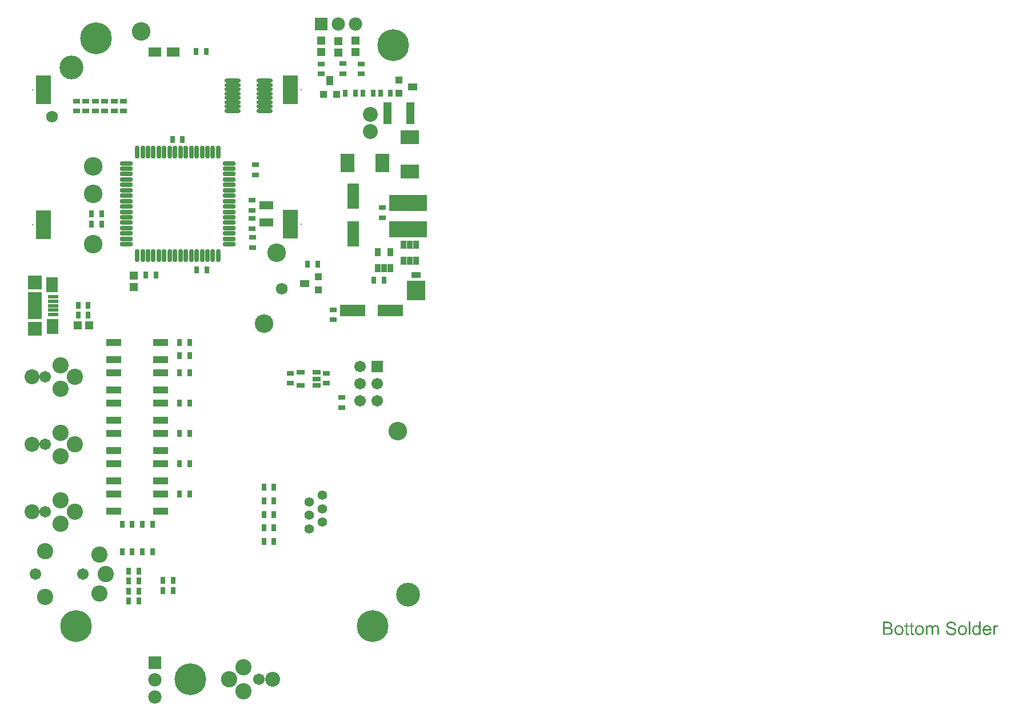
<source format=gbs>
%FSLAX25Y25*%
%MOIN*%
G70*
G01*
G75*
G04 Layer_Color=16711935*
%ADD10R,0.05906X0.05118*%
%ADD11R,0.03000X0.13386*%
%ADD12C,0.01200*%
%ADD13C,0.02500*%
%ADD14C,0.05000*%
%ADD15C,0.17716*%
%ADD16C,0.08661*%
%ADD17C,0.05906*%
%ADD18C,0.10000*%
%ADD19C,0.07874*%
%ADD20C,0.07000*%
%ADD21R,0.07000X0.07000*%
%ADD22C,0.07874*%
%ADD23R,0.05906X0.05906*%
%ADD24R,0.07000X0.07000*%
%ADD25C,0.04724*%
%ADD26C,0.06000*%
%ADD27C,0.03150*%
%ADD28C,0.03937*%
%ADD29R,0.03937X0.11811*%
%ADD30R,0.02756X0.03937*%
%ADD31R,0.03600X0.03600*%
%ADD32R,0.05000X0.03600*%
%ADD33R,0.02362X0.03543*%
%ADD34R,0.03543X0.02362*%
%ADD35R,0.03937X0.04331*%
%ADD36R,0.09843X0.07087*%
%ADD37R,0.07087X0.09843*%
%ADD38R,0.06299X0.13780*%
%ADD39R,0.13780X0.06299*%
%ADD40R,0.03937X0.02362*%
%ADD41O,0.08858X0.01575*%
%ADD42R,0.06890X0.04921*%
%ADD43O,0.02165X0.06890*%
%ADD44O,0.06890X0.02165*%
%ADD45R,0.07087X0.03937*%
%ADD46R,0.04331X0.03937*%
%ADD47R,0.07874X0.03150*%
%ADD48R,0.03600X0.05000*%
%ADD49R,0.03600X0.03600*%
%ADD50R,0.02559X0.04331*%
%ADD51R,0.05315X0.01575*%
%ADD52R,0.06299X0.08268*%
%ADD53R,0.07480X0.07480*%
%ADD54R,0.21654X0.08465*%
%ADD55R,0.05000X0.02500*%
%ADD56R,0.10000X0.10512*%
%ADD57C,0.02000*%
%ADD58C,0.10000*%
%ADD59R,0.46850X0.13386*%
%ADD60R,0.24410X0.18504*%
%ADD61R,0.34646X0.04724*%
%ADD62R,0.25591X0.18110*%
%ADD63R,0.20079X0.05512*%
%ADD64R,0.10236X0.26378*%
%ADD65R,0.27559X0.20472*%
%ADD66R,0.27165X0.35433*%
%ADD67R,0.08661X0.04331*%
%ADD68R,0.09449X0.02362*%
%ADD69R,0.05118X0.07087*%
%ADD70R,0.03937X0.05118*%
%ADD71R,0.03937X0.03150*%
%ADD72R,0.07874X0.15748*%
%ADD73C,0.00965*%
%ADD74C,0.01000*%
%ADD75C,0.00500*%
%ADD76C,0.00700*%
%ADD77R,0.06706X0.05918*%
%ADD78R,0.03800X0.14186*%
%ADD79C,0.18517*%
%ADD80C,0.09461*%
%ADD81C,0.06706*%
%ADD82C,0.10800*%
%ADD83C,0.13874*%
%ADD84C,0.07800*%
%ADD85R,0.07800X0.07800*%
%ADD86C,0.08674*%
%ADD87R,0.06706X0.06706*%
%ADD88R,0.07800X0.07800*%
%ADD89C,0.05524*%
G04:AMPARAMS|DCode=90|XSize=8mil|YSize=8mil|CornerRadius=0mil|HoleSize=0mil|Usage=FLASHONLY|Rotation=90.000|XOffset=0mil|YOffset=0mil|HoleType=Round|Shape=RoundedRectangle|*
%AMROUNDEDRECTD90*
21,1,0.00800,0.00800,0,0,90.0*
21,1,0.00800,0.00800,0,0,90.0*
1,1,0.00000,0.00400,0.00400*
1,1,0.00000,0.00400,-0.00400*
1,1,0.00000,-0.00400,-0.00400*
1,1,0.00000,-0.00400,0.00400*
%
%ADD90ROUNDEDRECTD90*%
%ADD91C,0.06800*%
%ADD92R,0.04737X0.12611*%
%ADD93R,0.03556X0.04737*%
%ADD94R,0.04400X0.04400*%
%ADD95R,0.05800X0.04400*%
%ADD96R,0.03162X0.04343*%
%ADD97R,0.04343X0.03162*%
%ADD98R,0.04737X0.05131*%
%ADD99R,0.10642X0.07887*%
%ADD100R,0.07887X0.10642*%
%ADD101R,0.07099X0.14579*%
%ADD102R,0.14579X0.07099*%
%ADD103R,0.04737X0.03162*%
%ADD104O,0.09658X0.02375*%
%ADD105R,0.07690X0.05721*%
%ADD106O,0.02965X0.07690*%
%ADD107O,0.07690X0.02965*%
%ADD108R,0.07887X0.04737*%
%ADD109R,0.05131X0.04737*%
%ADD110R,0.08674X0.03950*%
%ADD111R,0.04400X0.05800*%
%ADD112R,0.04400X0.04400*%
%ADD113R,0.03359X0.05131*%
%ADD114R,0.06115X0.02375*%
%ADD115R,0.07099X0.09068*%
%ADD116R,0.08280X0.08280*%
%ADD117R,0.22453X0.09265*%
%ADD118R,0.05800X0.03300*%
%ADD119R,0.10800X0.11312*%
%ADD120R,0.08674X0.16548*%
G36*
X516452Y12190D02*
X517407D01*
Y11457D01*
X516452D01*
Y8179D01*
Y8157D01*
Y8112D01*
Y8046D01*
X516463Y7968D01*
X516474Y7790D01*
X516485Y7713D01*
X516496Y7657D01*
X516507Y7635D01*
X516541Y7590D01*
X516585Y7535D01*
X516663Y7479D01*
X516685Y7468D01*
X516741Y7446D01*
X516841Y7424D01*
X516985Y7413D01*
X517096D01*
X517152Y7424D01*
X517230D01*
X517318Y7435D01*
X517407Y7446D01*
X517530Y6613D01*
X517507D01*
X517463Y6602D01*
X517385Y6590D01*
X517285Y6579D01*
X517174Y6557D01*
X517052Y6546D01*
X516808Y6535D01*
X516719D01*
X516630Y6546D01*
X516519Y6557D01*
X516385Y6568D01*
X516252Y6602D01*
X516130Y6635D01*
X516008Y6690D01*
X515997Y6701D01*
X515963Y6724D01*
X515919Y6757D01*
X515852Y6813D01*
X515797Y6868D01*
X515730Y6946D01*
X515663Y7024D01*
X515619Y7124D01*
Y7135D01*
X515596Y7179D01*
X515585Y7257D01*
X515563Y7368D01*
X515541Y7513D01*
X515530Y7601D01*
Y7701D01*
X515519Y7824D01*
X515508Y7946D01*
Y8079D01*
Y8235D01*
Y11457D01*
X514808D01*
Y12190D01*
X515508D01*
Y13567D01*
X516452Y14134D01*
Y12190D01*
D02*
G37*
G36*
X563225Y12301D02*
X563314Y12290D01*
X563425Y12268D01*
X563547Y12245D01*
X563692Y12212D01*
X563825Y12179D01*
X563981Y12123D01*
X564125Y12068D01*
X564281Y11990D01*
X564436Y11901D01*
X564592Y11801D01*
X564736Y11679D01*
X564869Y11546D01*
X564881Y11534D01*
X564903Y11512D01*
X564936Y11468D01*
X564981Y11401D01*
X565036Y11323D01*
X565092Y11234D01*
X565158Y11123D01*
X565225Y10990D01*
X565292Y10846D01*
X565358Y10690D01*
X565414Y10512D01*
X565469Y10323D01*
X565514Y10112D01*
X565547Y9890D01*
X565569Y9657D01*
X565580Y9401D01*
Y9390D01*
Y9346D01*
Y9268D01*
X565569Y9157D01*
X561403D01*
Y9146D01*
Y9112D01*
X561414Y9068D01*
Y9001D01*
X561425Y8924D01*
X561447Y8835D01*
X561481Y8635D01*
X561548Y8412D01*
X561636Y8168D01*
X561759Y7946D01*
X561914Y7746D01*
X561925D01*
X561936Y7724D01*
X562003Y7668D01*
X562103Y7590D01*
X562236Y7513D01*
X562414Y7424D01*
X562614Y7346D01*
X562836Y7290D01*
X562958Y7279D01*
X563092Y7268D01*
X563181D01*
X563281Y7279D01*
X563403Y7301D01*
X563536Y7335D01*
X563692Y7379D01*
X563836Y7446D01*
X563981Y7535D01*
X563992Y7546D01*
X564047Y7590D01*
X564114Y7657D01*
X564192Y7746D01*
X564281Y7868D01*
X564381Y8024D01*
X564480Y8201D01*
X564569Y8412D01*
X565547Y8290D01*
Y8279D01*
X565536Y8257D01*
X565525Y8213D01*
X565503Y8146D01*
X565469Y8079D01*
X565436Y7990D01*
X565347Y7801D01*
X565236Y7590D01*
X565080Y7368D01*
X564903Y7157D01*
X564680Y6957D01*
X564669D01*
X564647Y6935D01*
X564614Y6913D01*
X564569Y6879D01*
X564503Y6846D01*
X564436Y6813D01*
X564347Y6768D01*
X564247Y6724D01*
X564136Y6679D01*
X564025Y6635D01*
X563747Y6568D01*
X563436Y6513D01*
X563092Y6490D01*
X562969D01*
X562892Y6502D01*
X562792Y6513D01*
X562670Y6535D01*
X562536Y6557D01*
X562392Y6579D01*
X562081Y6668D01*
X561914Y6735D01*
X561759Y6802D01*
X561592Y6890D01*
X561436Y6990D01*
X561292Y7102D01*
X561147Y7235D01*
X561136Y7246D01*
X561114Y7268D01*
X561081Y7313D01*
X561036Y7379D01*
X560981Y7457D01*
X560925Y7546D01*
X560859Y7657D01*
X560792Y7779D01*
X560725Y7924D01*
X560659Y8079D01*
X560603Y8257D01*
X560548Y8446D01*
X560503Y8646D01*
X560470Y8868D01*
X560448Y9101D01*
X560436Y9346D01*
Y9357D01*
Y9412D01*
Y9479D01*
X560448Y9579D01*
X560459Y9701D01*
X560470Y9835D01*
X560492Y9990D01*
X560525Y10146D01*
X560614Y10501D01*
X560670Y10679D01*
X560736Y10868D01*
X560825Y11046D01*
X560925Y11212D01*
X561036Y11379D01*
X561159Y11534D01*
X561170Y11546D01*
X561192Y11568D01*
X561236Y11601D01*
X561292Y11657D01*
X561359Y11712D01*
X561447Y11779D01*
X561548Y11857D01*
X561670Y11923D01*
X561792Y12001D01*
X561936Y12068D01*
X562092Y12134D01*
X562258Y12190D01*
X562436Y12245D01*
X562625Y12279D01*
X562825Y12301D01*
X563036Y12312D01*
X563147D01*
X563225Y12301D01*
D02*
G37*
G36*
X548860D02*
X548960Y12290D01*
X549071Y12268D01*
X549193Y12245D01*
X549338Y12223D01*
X549638Y12123D01*
X549793Y12068D01*
X549949Y11990D01*
X550104Y11912D01*
X550260Y11801D01*
X550404Y11690D01*
X550549Y11557D01*
X550560Y11546D01*
X550582Y11523D01*
X550615Y11479D01*
X550660Y11423D01*
X550715Y11345D01*
X550782Y11246D01*
X550848Y11134D01*
X550915Y11012D01*
X550982Y10879D01*
X551049Y10712D01*
X551115Y10546D01*
X551171Y10357D01*
X551215Y10157D01*
X551249Y9946D01*
X551271Y9724D01*
X551282Y9479D01*
Y9468D01*
Y9435D01*
Y9379D01*
Y9301D01*
X551271Y9212D01*
X551260Y9101D01*
Y8990D01*
X551237Y8868D01*
X551204Y8590D01*
X551137Y8313D01*
X551060Y8035D01*
X550948Y7779D01*
Y7768D01*
X550937Y7757D01*
X550915Y7724D01*
X550893Y7679D01*
X550815Y7568D01*
X550715Y7435D01*
X550582Y7279D01*
X550415Y7124D01*
X550226Y6968D01*
X550004Y6824D01*
X549993D01*
X549982Y6813D01*
X549949Y6790D01*
X549893Y6768D01*
X549837Y6746D01*
X549771Y6724D01*
X549604Y6657D01*
X549415Y6602D01*
X549182Y6546D01*
X548938Y6502D01*
X548671Y6490D01*
X548560D01*
X548471Y6502D01*
X548371Y6513D01*
X548260Y6535D01*
X548127Y6557D01*
X547993Y6579D01*
X547693Y6668D01*
X547527Y6735D01*
X547371Y6802D01*
X547216Y6890D01*
X547060Y6990D01*
X546916Y7102D01*
X546771Y7235D01*
X546760Y7246D01*
X546738Y7268D01*
X546704Y7313D01*
X546660Y7379D01*
X546604Y7457D01*
X546549Y7546D01*
X546482Y7657D01*
X546416Y7790D01*
X546349Y7935D01*
X546282Y8101D01*
X546227Y8279D01*
X546171Y8468D01*
X546127Y8679D01*
X546094Y8901D01*
X546071Y9146D01*
X546060Y9401D01*
Y9424D01*
Y9468D01*
X546071Y9546D01*
Y9657D01*
X546082Y9779D01*
X546105Y9935D01*
X546127Y10090D01*
X546171Y10268D01*
X546216Y10446D01*
X546271Y10634D01*
X546338Y10835D01*
X546427Y11023D01*
X546516Y11201D01*
X546638Y11379D01*
X546760Y11546D01*
X546916Y11690D01*
X546927Y11701D01*
X546949Y11712D01*
X546993Y11745D01*
X547049Y11790D01*
X547116Y11834D01*
X547204Y11890D01*
X547293Y11946D01*
X547404Y12001D01*
X547527Y12057D01*
X547660Y12112D01*
X547960Y12212D01*
X548304Y12290D01*
X548482Y12301D01*
X548671Y12312D01*
X548782D01*
X548860Y12301D01*
D02*
G37*
G36*
X553315Y6613D02*
X552371D01*
Y14301D01*
X553315D01*
Y6613D01*
D02*
G37*
G36*
X505386Y14290D02*
X505475D01*
X505675Y14267D01*
X505898Y14245D01*
X506131Y14201D01*
X506364Y14145D01*
X506575Y14067D01*
X506586D01*
X506597Y14056D01*
X506664Y14023D01*
X506764Y13968D01*
X506875Y13890D01*
X507009Y13790D01*
X507153Y13668D01*
X507286Y13512D01*
X507408Y13345D01*
X507419Y13323D01*
X507453Y13256D01*
X507508Y13168D01*
X507564Y13034D01*
X507619Y12879D01*
X507675Y12712D01*
X507708Y12523D01*
X507720Y12334D01*
Y12312D01*
Y12257D01*
X507708Y12157D01*
X507686Y12034D01*
X507653Y11890D01*
X507597Y11734D01*
X507531Y11579D01*
X507442Y11412D01*
X507431Y11390D01*
X507397Y11345D01*
X507331Y11257D01*
X507242Y11168D01*
X507131Y11057D01*
X506997Y10934D01*
X506831Y10823D01*
X506642Y10712D01*
X506653D01*
X506675Y10701D01*
X506708Y10690D01*
X506753Y10668D01*
X506886Y10623D01*
X507042Y10546D01*
X507208Y10446D01*
X507397Y10323D01*
X507564Y10179D01*
X507720Y10001D01*
X507731Y9979D01*
X507775Y9912D01*
X507842Y9812D01*
X507908Y9679D01*
X507975Y9501D01*
X508042Y9312D01*
X508086Y9090D01*
X508097Y8846D01*
Y8835D01*
Y8824D01*
Y8757D01*
X508086Y8646D01*
X508064Y8512D01*
X508042Y8357D01*
X507997Y8190D01*
X507942Y8012D01*
X507864Y7835D01*
X507853Y7812D01*
X507820Y7757D01*
X507775Y7679D01*
X507708Y7568D01*
X507619Y7457D01*
X507531Y7335D01*
X507419Y7213D01*
X507297Y7113D01*
X507286Y7102D01*
X507242Y7068D01*
X507164Y7024D01*
X507064Y6979D01*
X506942Y6913D01*
X506797Y6846D01*
X506642Y6790D01*
X506453Y6735D01*
X506431D01*
X506364Y6713D01*
X506253Y6701D01*
X506109Y6679D01*
X505931Y6657D01*
X505720Y6635D01*
X505486Y6624D01*
X505220Y6613D01*
X502287D01*
Y14301D01*
X505309D01*
X505386Y14290D01*
D02*
G37*
G36*
X519441Y12190D02*
X520396D01*
Y11457D01*
X519441D01*
Y8179D01*
Y8157D01*
Y8112D01*
Y8046D01*
X519452Y7968D01*
X519463Y7790D01*
X519474Y7713D01*
X519485Y7657D01*
X519496Y7635D01*
X519529Y7590D01*
X519574Y7535D01*
X519652Y7479D01*
X519674Y7468D01*
X519729Y7446D01*
X519829Y7424D01*
X519974Y7413D01*
X520085D01*
X520141Y7424D01*
X520218D01*
X520307Y7435D01*
X520396Y7446D01*
X520518Y6613D01*
X520496D01*
X520452Y6602D01*
X520374Y6590D01*
X520274Y6579D01*
X520163Y6557D01*
X520041Y6546D01*
X519796Y6535D01*
X519707D01*
X519618Y6546D01*
X519507Y6557D01*
X519374Y6568D01*
X519241Y6602D01*
X519118Y6635D01*
X518996Y6690D01*
X518985Y6701D01*
X518952Y6724D01*
X518907Y6757D01*
X518841Y6813D01*
X518785Y6868D01*
X518718Y6946D01*
X518652Y7024D01*
X518607Y7124D01*
Y7135D01*
X518585Y7179D01*
X518574Y7257D01*
X518552Y7368D01*
X518530Y7513D01*
X518518Y7601D01*
Y7701D01*
X518507Y7824D01*
X518496Y7946D01*
Y8079D01*
Y8235D01*
Y11457D01*
X517796D01*
Y12190D01*
X518496D01*
Y13567D01*
X519441Y14134D01*
Y12190D01*
D02*
G37*
G36*
X568958Y12301D02*
X569080Y12279D01*
X569225Y12234D01*
X569380Y12179D01*
X569558Y12101D01*
X569747Y12001D01*
X569402Y11134D01*
X569391Y11146D01*
X569347Y11168D01*
X569280Y11201D01*
X569191Y11234D01*
X569091Y11268D01*
X568969Y11301D01*
X568847Y11323D01*
X568724Y11334D01*
X568669D01*
X568613Y11323D01*
X568536Y11312D01*
X568458Y11290D01*
X568358Y11257D01*
X568258Y11212D01*
X568169Y11146D01*
X568158Y11134D01*
X568125Y11112D01*
X568091Y11068D01*
X568036Y11012D01*
X567980Y10934D01*
X567925Y10846D01*
X567869Y10746D01*
X567825Y10623D01*
X567813Y10601D01*
X567802Y10535D01*
X567780Y10435D01*
X567747Y10301D01*
X567713Y10135D01*
X567691Y9946D01*
X567680Y9746D01*
X567669Y9523D01*
Y6613D01*
X566725D01*
Y12190D01*
X567580D01*
Y11345D01*
X567591Y11357D01*
X567636Y11434D01*
X567691Y11534D01*
X567780Y11657D01*
X567869Y11779D01*
X567969Y11912D01*
X568069Y12023D01*
X568169Y12112D01*
X568180Y12123D01*
X568214Y12145D01*
X568280Y12179D01*
X568347Y12212D01*
X568436Y12245D01*
X568547Y12279D01*
X568658Y12301D01*
X568780Y12312D01*
X568858D01*
X568958Y12301D01*
D02*
G37*
G36*
X559259Y6613D02*
X558381D01*
Y7313D01*
X558370Y7301D01*
X558359Y7279D01*
X558326Y7235D01*
X558281Y7179D01*
X558226Y7124D01*
X558159Y7057D01*
X558081Y6979D01*
X557981Y6901D01*
X557881Y6824D01*
X557770Y6746D01*
X557637Y6679D01*
X557492Y6624D01*
X557348Y6568D01*
X557181Y6524D01*
X557003Y6502D01*
X556815Y6490D01*
X556748D01*
X556704Y6502D01*
X556570Y6513D01*
X556415Y6535D01*
X556226Y6579D01*
X556015Y6646D01*
X555804Y6735D01*
X555592Y6857D01*
X555581D01*
X555570Y6879D01*
X555504Y6924D01*
X555404Y7013D01*
X555281Y7124D01*
X555137Y7268D01*
X554993Y7446D01*
X554848Y7646D01*
X554726Y7879D01*
Y7890D01*
X554715Y7913D01*
X554704Y7946D01*
X554681Y7990D01*
X554659Y8057D01*
X554626Y8135D01*
X554604Y8213D01*
X554581Y8313D01*
X554526Y8535D01*
X554470Y8790D01*
X554437Y9079D01*
X554426Y9390D01*
Y9401D01*
Y9424D01*
Y9468D01*
Y9535D01*
X554437Y9601D01*
Y9690D01*
X554459Y9890D01*
X554493Y10123D01*
X554548Y10379D01*
X554615Y10646D01*
X554704Y10901D01*
Y10912D01*
X554715Y10934D01*
X554737Y10968D01*
X554759Y11012D01*
X554826Y11134D01*
X554915Y11290D01*
X555026Y11457D01*
X555170Y11623D01*
X555337Y11801D01*
X555537Y11946D01*
X555548D01*
X555559Y11957D01*
X555592Y11979D01*
X555637Y12001D01*
X555748Y12057D01*
X555904Y12134D01*
X556081Y12201D01*
X556292Y12257D01*
X556526Y12301D01*
X556770Y12312D01*
X556859D01*
X556948Y12301D01*
X557070Y12290D01*
X557215Y12257D01*
X557370Y12223D01*
X557526Y12168D01*
X557670Y12090D01*
X557692Y12079D01*
X557737Y12057D01*
X557803Y12001D01*
X557892Y11946D01*
X558003Y11868D01*
X558103Y11768D01*
X558215Y11668D01*
X558315Y11546D01*
Y14301D01*
X559259D01*
Y6613D01*
D02*
G37*
G36*
X542238Y14423D02*
X542316D01*
X542527Y14401D01*
X542761Y14367D01*
X543005Y14312D01*
X543271Y14245D01*
X543516Y14156D01*
X543527D01*
X543549Y14145D01*
X543583Y14123D01*
X543627Y14101D01*
X543738Y14045D01*
X543883Y13945D01*
X544049Y13834D01*
X544216Y13690D01*
X544371Y13523D01*
X544516Y13334D01*
Y13323D01*
X544527Y13312D01*
X544549Y13279D01*
X544571Y13245D01*
X544627Y13134D01*
X544694Y12990D01*
X544771Y12812D01*
X544827Y12601D01*
X544882Y12379D01*
X544905Y12134D01*
X543927Y12057D01*
Y12068D01*
Y12090D01*
X543916Y12123D01*
X543905Y12179D01*
X543871Y12301D01*
X543827Y12468D01*
X543760Y12645D01*
X543660Y12823D01*
X543538Y12990D01*
X543383Y13145D01*
X543360Y13157D01*
X543305Y13201D01*
X543194Y13268D01*
X543049Y13334D01*
X542860Y13401D01*
X542638Y13467D01*
X542360Y13512D01*
X542049Y13523D01*
X541894D01*
X541827Y13512D01*
X541738Y13501D01*
X541538Y13479D01*
X541316Y13434D01*
X541094Y13379D01*
X540883Y13290D01*
X540794Y13234D01*
X540705Y13179D01*
X540683Y13168D01*
X540638Y13123D01*
X540572Y13045D01*
X540505Y12957D01*
X540427Y12834D01*
X540361Y12701D01*
X540316Y12545D01*
X540294Y12368D01*
Y12345D01*
Y12301D01*
X540305Y12223D01*
X540327Y12134D01*
X540361Y12023D01*
X540416Y11912D01*
X540483Y11801D01*
X540583Y11690D01*
X540594Y11679D01*
X540650Y11646D01*
X540694Y11612D01*
X540738Y11590D01*
X540805Y11557D01*
X540883Y11512D01*
X540983Y11479D01*
X541094Y11434D01*
X541216Y11390D01*
X541361Y11334D01*
X541516Y11290D01*
X541694Y11234D01*
X541894Y11190D01*
X542116Y11134D01*
X542127D01*
X542172Y11123D01*
X542238Y11112D01*
X542316Y11090D01*
X542416Y11068D01*
X542538Y11034D01*
X542661Y11001D01*
X542794Y10968D01*
X543083Y10890D01*
X543360Y10812D01*
X543494Y10768D01*
X543616Y10723D01*
X543727Y10690D01*
X543816Y10646D01*
X543827D01*
X543849Y10634D01*
X543883Y10612D01*
X543927Y10590D01*
X544049Y10523D01*
X544194Y10435D01*
X544360Y10312D01*
X544527Y10179D01*
X544683Y10023D01*
X544816Y9857D01*
X544827Y9835D01*
X544871Y9779D01*
X544916Y9679D01*
X544982Y9546D01*
X545038Y9390D01*
X545093Y9201D01*
X545127Y8990D01*
X545138Y8768D01*
Y8757D01*
Y8746D01*
Y8712D01*
Y8668D01*
X545116Y8546D01*
X545093Y8390D01*
X545049Y8213D01*
X544994Y8024D01*
X544905Y7824D01*
X544782Y7613D01*
Y7601D01*
X544771Y7590D01*
X544716Y7524D01*
X544638Y7424D01*
X544527Y7313D01*
X544382Y7179D01*
X544205Y7035D01*
X544005Y6901D01*
X543772Y6779D01*
X543760D01*
X543738Y6768D01*
X543705Y6757D01*
X543660Y6735D01*
X543594Y6713D01*
X543516Y6679D01*
X543338Y6635D01*
X543127Y6579D01*
X542872Y6524D01*
X542594Y6490D01*
X542294Y6479D01*
X542116D01*
X542027Y6490D01*
X541927D01*
X541816Y6502D01*
X541683Y6513D01*
X541405Y6557D01*
X541116Y6602D01*
X540827Y6679D01*
X540550Y6779D01*
X540539D01*
X540516Y6790D01*
X540483Y6813D01*
X540439Y6835D01*
X540305Y6901D01*
X540150Y7001D01*
X539972Y7135D01*
X539783Y7290D01*
X539605Y7479D01*
X539439Y7690D01*
Y7701D01*
X539416Y7724D01*
X539405Y7757D01*
X539372Y7801D01*
X539350Y7857D01*
X539316Y7924D01*
X539239Y8090D01*
X539161Y8301D01*
X539094Y8535D01*
X539050Y8801D01*
X539028Y9079D01*
X539983Y9168D01*
Y9157D01*
Y9146D01*
X539994Y9112D01*
Y9068D01*
X540016Y8968D01*
X540050Y8824D01*
X540094Y8679D01*
X540138Y8512D01*
X540216Y8357D01*
X540294Y8213D01*
X540305Y8201D01*
X540339Y8157D01*
X540394Y8079D01*
X540483Y8001D01*
X540594Y7901D01*
X540716Y7801D01*
X540883Y7701D01*
X541061Y7613D01*
X541072D01*
X541083Y7601D01*
X541116Y7590D01*
X541150Y7579D01*
X541261Y7546D01*
X541405Y7502D01*
X541583Y7457D01*
X541783Y7424D01*
X542005Y7401D01*
X542249Y7390D01*
X542349D01*
X542460Y7401D01*
X542594Y7413D01*
X542749Y7435D01*
X542927Y7457D01*
X543105Y7502D01*
X543271Y7557D01*
X543294Y7568D01*
X543349Y7590D01*
X543427Y7635D01*
X543527Y7679D01*
X543627Y7757D01*
X543738Y7835D01*
X543849Y7924D01*
X543938Y8035D01*
X543949Y8046D01*
X543971Y8090D01*
X544005Y8146D01*
X544049Y8235D01*
X544094Y8324D01*
X544127Y8435D01*
X544149Y8557D01*
X544160Y8690D01*
Y8701D01*
Y8757D01*
X544149Y8824D01*
X544138Y8912D01*
X544105Y9001D01*
X544071Y9112D01*
X544016Y9223D01*
X543938Y9324D01*
X543927Y9335D01*
X543894Y9368D01*
X543849Y9412D01*
X543772Y9479D01*
X543683Y9546D01*
X543560Y9623D01*
X543416Y9701D01*
X543249Y9768D01*
X543238Y9779D01*
X543183Y9790D01*
X543094Y9823D01*
X543038Y9835D01*
X542960Y9857D01*
X542883Y9890D01*
X542783Y9912D01*
X542672Y9946D01*
X542538Y9979D01*
X542405Y10012D01*
X542249Y10057D01*
X542072Y10101D01*
X541883Y10146D01*
X541872D01*
X541838Y10157D01*
X541783Y10168D01*
X541716Y10190D01*
X541627Y10212D01*
X541527Y10234D01*
X541305Y10301D01*
X541061Y10379D01*
X540805Y10457D01*
X540583Y10535D01*
X540483Y10579D01*
X540394Y10623D01*
X540383D01*
X540372Y10634D01*
X540305Y10679D01*
X540205Y10734D01*
X540094Y10823D01*
X539961Y10923D01*
X539827Y11046D01*
X539694Y11190D01*
X539583Y11345D01*
X539572Y11368D01*
X539539Y11423D01*
X539494Y11512D01*
X539450Y11623D01*
X539405Y11768D01*
X539361Y11934D01*
X539327Y12112D01*
X539316Y12301D01*
Y12312D01*
Y12323D01*
Y12357D01*
Y12401D01*
X539339Y12512D01*
X539361Y12656D01*
X539394Y12823D01*
X539450Y13012D01*
X539527Y13201D01*
X539639Y13390D01*
Y13401D01*
X539650Y13412D01*
X539705Y13479D01*
X539783Y13567D01*
X539883Y13679D01*
X540016Y13801D01*
X540183Y13934D01*
X540383Y14056D01*
X540605Y14167D01*
X540616D01*
X540638Y14179D01*
X540672Y14190D01*
X540716Y14212D01*
X540772Y14234D01*
X540849Y14256D01*
X541016Y14301D01*
X541227Y14345D01*
X541472Y14390D01*
X541727Y14423D01*
X542016Y14434D01*
X542161D01*
X542238Y14423D01*
D02*
G37*
G36*
X523773Y12301D02*
X523873Y12290D01*
X523985Y12268D01*
X524107Y12245D01*
X524251Y12223D01*
X524551Y12123D01*
X524707Y12068D01*
X524862Y11990D01*
X525018Y11912D01*
X525173Y11801D01*
X525318Y11690D01*
X525462Y11557D01*
X525473Y11546D01*
X525495Y11523D01*
X525529Y11479D01*
X525573Y11423D01*
X525629Y11345D01*
X525696Y11246D01*
X525762Y11134D01*
X525829Y11012D01*
X525896Y10879D01*
X525962Y10712D01*
X526029Y10546D01*
X526084Y10357D01*
X526129Y10157D01*
X526162Y9946D01*
X526184Y9724D01*
X526195Y9479D01*
Y9468D01*
Y9435D01*
Y9379D01*
Y9301D01*
X526184Y9212D01*
X526173Y9101D01*
Y8990D01*
X526151Y8868D01*
X526118Y8590D01*
X526051Y8313D01*
X525973Y8035D01*
X525862Y7779D01*
Y7768D01*
X525851Y7757D01*
X525829Y7724D01*
X525807Y7679D01*
X525729Y7568D01*
X525629Y7435D01*
X525495Y7279D01*
X525329Y7124D01*
X525140Y6968D01*
X524918Y6824D01*
X524907D01*
X524896Y6813D01*
X524862Y6790D01*
X524807Y6768D01*
X524751Y6746D01*
X524684Y6724D01*
X524518Y6657D01*
X524329Y6602D01*
X524096Y6546D01*
X523851Y6502D01*
X523585Y6490D01*
X523474D01*
X523385Y6502D01*
X523285Y6513D01*
X523174Y6535D01*
X523040Y6557D01*
X522907Y6579D01*
X522607Y6668D01*
X522440Y6735D01*
X522285Y6802D01*
X522129Y6890D01*
X521974Y6990D01*
X521829Y7102D01*
X521685Y7235D01*
X521674Y7246D01*
X521652Y7268D01*
X521618Y7313D01*
X521574Y7379D01*
X521518Y7457D01*
X521463Y7546D01*
X521396Y7657D01*
X521329Y7790D01*
X521263Y7935D01*
X521196Y8101D01*
X521140Y8279D01*
X521085Y8468D01*
X521040Y8679D01*
X521007Y8901D01*
X520985Y9146D01*
X520974Y9401D01*
Y9424D01*
Y9468D01*
X520985Y9546D01*
Y9657D01*
X520996Y9779D01*
X521018Y9935D01*
X521040Y10090D01*
X521085Y10268D01*
X521129Y10446D01*
X521185Y10634D01*
X521251Y10835D01*
X521340Y11023D01*
X521429Y11201D01*
X521552Y11379D01*
X521674Y11546D01*
X521829Y11690D01*
X521840Y11701D01*
X521863Y11712D01*
X521907Y11745D01*
X521962Y11790D01*
X522029Y11834D01*
X522118Y11890D01*
X522207Y11946D01*
X522318Y12001D01*
X522440Y12057D01*
X522574Y12112D01*
X522873Y12212D01*
X523218Y12290D01*
X523396Y12301D01*
X523585Y12312D01*
X523696D01*
X523773Y12301D01*
D02*
G37*
G36*
X511819D02*
X511919Y12290D01*
X512030Y12268D01*
X512152Y12245D01*
X512297Y12223D01*
X512597Y12123D01*
X512752Y12068D01*
X512908Y11990D01*
X513063Y11912D01*
X513219Y11801D01*
X513363Y11690D01*
X513508Y11557D01*
X513519Y11546D01*
X513541Y11523D01*
X513575Y11479D01*
X513619Y11423D01*
X513674Y11345D01*
X513741Y11246D01*
X513808Y11134D01*
X513874Y11012D01*
X513941Y10879D01*
X514008Y10712D01*
X514074Y10546D01*
X514130Y10357D01*
X514174Y10157D01*
X514208Y9946D01*
X514230Y9724D01*
X514241Y9479D01*
Y9468D01*
Y9435D01*
Y9379D01*
Y9301D01*
X514230Y9212D01*
X514219Y9101D01*
Y8990D01*
X514197Y8868D01*
X514163Y8590D01*
X514097Y8313D01*
X514019Y8035D01*
X513908Y7779D01*
Y7768D01*
X513897Y7757D01*
X513874Y7724D01*
X513852Y7679D01*
X513774Y7568D01*
X513674Y7435D01*
X513541Y7279D01*
X513375Y7124D01*
X513186Y6968D01*
X512963Y6824D01*
X512952D01*
X512941Y6813D01*
X512908Y6790D01*
X512852Y6768D01*
X512797Y6746D01*
X512730Y6724D01*
X512564Y6657D01*
X512375Y6602D01*
X512141Y6546D01*
X511897Y6502D01*
X511630Y6490D01*
X511519D01*
X511430Y6502D01*
X511330Y6513D01*
X511219Y6535D01*
X511086Y6557D01*
X510953Y6579D01*
X510652Y6668D01*
X510486Y6735D01*
X510330Y6802D01*
X510175Y6890D01*
X510019Y6990D01*
X509875Y7102D01*
X509730Y7235D01*
X509719Y7246D01*
X509697Y7268D01*
X509664Y7313D01*
X509619Y7379D01*
X509564Y7457D01*
X509508Y7546D01*
X509442Y7657D01*
X509375Y7790D01*
X509308Y7935D01*
X509242Y8101D01*
X509186Y8279D01*
X509130Y8468D01*
X509086Y8679D01*
X509053Y8901D01*
X509030Y9146D01*
X509019Y9401D01*
Y9424D01*
Y9468D01*
X509030Y9546D01*
Y9657D01*
X509042Y9779D01*
X509064Y9935D01*
X509086Y10090D01*
X509130Y10268D01*
X509175Y10446D01*
X509231Y10634D01*
X509297Y10835D01*
X509386Y11023D01*
X509475Y11201D01*
X509597Y11379D01*
X509719Y11546D01*
X509875Y11690D01*
X509886Y11701D01*
X509908Y11712D01*
X509953Y11745D01*
X510008Y11790D01*
X510075Y11834D01*
X510164Y11890D01*
X510253Y11946D01*
X510364Y12001D01*
X510486Y12057D01*
X510619Y12112D01*
X510919Y12212D01*
X511264Y12290D01*
X511441Y12301D01*
X511630Y12312D01*
X511741D01*
X511819Y12301D01*
D02*
G37*
G36*
X533273D02*
X533350D01*
X533428Y12290D01*
X533617Y12257D01*
X533817Y12201D01*
X534028Y12112D01*
X534239Y12001D01*
X534417Y11846D01*
X534439Y11823D01*
X534483Y11757D01*
X534561Y11657D01*
X534595Y11579D01*
X534639Y11501D01*
X534684Y11401D01*
X534717Y11301D01*
X534761Y11190D01*
X534795Y11057D01*
X534817Y10923D01*
X534839Y10768D01*
X534861Y10612D01*
Y10435D01*
Y6613D01*
X533917D01*
Y10112D01*
Y10123D01*
Y10135D01*
Y10201D01*
Y10301D01*
X533906Y10423D01*
X533895Y10557D01*
X533884Y10690D01*
X533861Y10823D01*
X533828Y10923D01*
Y10934D01*
X533806Y10968D01*
X533784Y11012D01*
X533750Y11068D01*
X533706Y11134D01*
X533650Y11201D01*
X533584Y11268D01*
X533495Y11334D01*
X533484Y11345D01*
X533450Y11357D01*
X533406Y11379D01*
X533328Y11412D01*
X533250Y11445D01*
X533150Y11468D01*
X533050Y11479D01*
X532928Y11490D01*
X532872D01*
X532828Y11479D01*
X532717Y11468D01*
X532584Y11445D01*
X532428Y11390D01*
X532262Y11323D01*
X532095Y11223D01*
X531939Y11090D01*
X531928Y11068D01*
X531884Y11012D01*
X531817Y10923D01*
X531750Y10790D01*
X531673Y10612D01*
X531617Y10401D01*
X531573Y10146D01*
X531551Y9846D01*
Y6613D01*
X530606D01*
Y10223D01*
Y10234D01*
Y10257D01*
Y10279D01*
Y10323D01*
X530595Y10446D01*
X530573Y10579D01*
X530551Y10734D01*
X530506Y10890D01*
X530451Y11034D01*
X530373Y11168D01*
X530362Y11179D01*
X530328Y11223D01*
X530273Y11268D01*
X530195Y11334D01*
X530095Y11390D01*
X529962Y11445D01*
X529806Y11479D01*
X529617Y11490D01*
X529551D01*
X529473Y11479D01*
X529384Y11468D01*
X529273Y11434D01*
X529140Y11401D01*
X529017Y11345D01*
X528884Y11279D01*
X528873Y11268D01*
X528828Y11234D01*
X528773Y11190D01*
X528695Y11123D01*
X528617Y11034D01*
X528540Y10923D01*
X528462Y10801D01*
X528395Y10657D01*
X528384Y10634D01*
X528373Y10579D01*
X528351Y10490D01*
X528317Y10368D01*
X528284Y10201D01*
X528262Y10001D01*
X528251Y9768D01*
X528240Y9501D01*
Y6613D01*
X527295D01*
Y12190D01*
X528140D01*
Y11390D01*
X528151Y11412D01*
X528184Y11457D01*
X528251Y11534D01*
X528329Y11623D01*
X528429Y11734D01*
X528551Y11846D01*
X528684Y11957D01*
X528840Y12057D01*
X528862Y12068D01*
X528917Y12101D01*
X529006Y12134D01*
X529129Y12190D01*
X529273Y12234D01*
X529440Y12268D01*
X529628Y12301D01*
X529828Y12312D01*
X529928D01*
X530051Y12301D01*
X530184Y12279D01*
X530351Y12245D01*
X530517Y12201D01*
X530684Y12134D01*
X530839Y12045D01*
X530862Y12034D01*
X530906Y12001D01*
X530973Y11946D01*
X531062Y11857D01*
X531150Y11757D01*
X531250Y11634D01*
X531339Y11490D01*
X531406Y11323D01*
X531417Y11334D01*
X531439Y11368D01*
X531473Y11412D01*
X531528Y11479D01*
X531595Y11557D01*
X531673Y11634D01*
X531762Y11723D01*
X531873Y11823D01*
X531995Y11912D01*
X532117Y12001D01*
X532262Y12079D01*
X532417Y12157D01*
X532584Y12223D01*
X532761Y12268D01*
X532939Y12301D01*
X533139Y12312D01*
X533217D01*
X533273Y12301D01*
D02*
G37*
%LPC*%
G36*
X505331Y10168D02*
X503309D01*
Y7524D01*
X505498D01*
X505731Y7535D01*
X505831Y7546D01*
X505920Y7557D01*
X505931D01*
X505975Y7568D01*
X506042Y7579D01*
X506120Y7601D01*
X506309Y7668D01*
X506497Y7757D01*
X506508Y7768D01*
X506542Y7790D01*
X506586Y7824D01*
X506642Y7868D01*
X506697Y7935D01*
X506775Y8001D01*
X506831Y8090D01*
X506897Y8190D01*
X506909Y8201D01*
X506920Y8235D01*
X506942Y8301D01*
X506975Y8379D01*
X507009Y8468D01*
X507031Y8579D01*
X507042Y8712D01*
X507053Y8846D01*
Y8868D01*
Y8912D01*
X507042Y9001D01*
X507020Y9101D01*
X506997Y9212D01*
X506953Y9335D01*
X506897Y9457D01*
X506820Y9579D01*
X506809Y9590D01*
X506775Y9635D01*
X506731Y9690D01*
X506664Y9757D01*
X506575Y9835D01*
X506464Y9912D01*
X506342Y9979D01*
X506197Y10035D01*
X506175Y10046D01*
X506131Y10057D01*
X506031Y10079D01*
X505909Y10101D01*
X505753Y10123D01*
X505564Y10146D01*
X505331Y10168D01*
D02*
G37*
G36*
X563047Y11534D02*
X562981D01*
X562936Y11523D01*
X562814Y11512D01*
X562670Y11479D01*
X562492Y11423D01*
X562303Y11345D01*
X562125Y11234D01*
X561947Y11090D01*
X561925Y11068D01*
X561881Y11012D01*
X561803Y10912D01*
X561725Y10779D01*
X561636Y10623D01*
X561559Y10423D01*
X561492Y10190D01*
X561459Y9935D01*
X564580D01*
Y9946D01*
Y9968D01*
X564569Y10001D01*
Y10046D01*
X564547Y10179D01*
X564514Y10323D01*
X564458Y10501D01*
X564403Y10668D01*
X564314Y10835D01*
X564214Y10979D01*
Y10990D01*
X564192Y11001D01*
X564136Y11068D01*
X564036Y11157D01*
X563903Y11257D01*
X563736Y11357D01*
X563536Y11445D01*
X563303Y11512D01*
X563181Y11523D01*
X563047Y11534D01*
D02*
G37*
G36*
X505131Y13390D02*
X503309D01*
Y11079D01*
X505197D01*
X505342Y11090D01*
X505498Y11101D01*
X505653Y11112D01*
X505809Y11134D01*
X505931Y11157D01*
X505953Y11168D01*
X505998Y11179D01*
X506064Y11212D01*
X506153Y11257D01*
X506242Y11301D01*
X506342Y11368D01*
X506442Y11457D01*
X506520Y11546D01*
X506531Y11557D01*
X506553Y11590D01*
X506586Y11657D01*
X506620Y11734D01*
X506653Y11823D01*
X506686Y11934D01*
X506708Y12068D01*
X506720Y12212D01*
Y12234D01*
Y12279D01*
X506708Y12345D01*
X506697Y12434D01*
X506675Y12545D01*
X506642Y12656D01*
X506597Y12768D01*
X506531Y12879D01*
X506520Y12890D01*
X506497Y12923D01*
X506453Y12979D01*
X506397Y13034D01*
X506320Y13101D01*
X506231Y13168D01*
X506120Y13234D01*
X505998Y13279D01*
X505986D01*
X505931Y13301D01*
X505853Y13312D01*
X505731Y13334D01*
X505564Y13356D01*
X505375Y13367D01*
X505131Y13390D01*
D02*
G37*
G36*
X556870Y11534D02*
X556815D01*
X556770Y11523D01*
X556648Y11512D01*
X556503Y11468D01*
X556337Y11412D01*
X556159Y11312D01*
X555981Y11190D01*
X555893Y11101D01*
X555815Y11012D01*
Y11001D01*
X555793Y10990D01*
X555781Y10957D01*
X555748Y10912D01*
X555715Y10857D01*
X555681Y10790D01*
X555648Y10712D01*
X555604Y10623D01*
X555559Y10512D01*
X555526Y10390D01*
X555492Y10257D01*
X555459Y10112D01*
X555437Y9957D01*
X555415Y9779D01*
X555393Y9590D01*
Y9390D01*
Y9379D01*
Y9346D01*
Y9290D01*
X555404Y9212D01*
Y9123D01*
X555415Y9024D01*
X555448Y8790D01*
X555504Y8535D01*
X555581Y8268D01*
X555692Y8012D01*
X555759Y7901D01*
X555837Y7790D01*
X555848D01*
X555859Y7768D01*
X555915Y7713D01*
X556015Y7624D01*
X556137Y7535D01*
X556292Y7435D01*
X556481Y7346D01*
X556681Y7290D01*
X556792Y7279D01*
X556904Y7268D01*
X556959D01*
X557003Y7279D01*
X557126Y7290D01*
X557270Y7335D01*
X557437Y7390D01*
X557615Y7479D01*
X557792Y7601D01*
X557881Y7679D01*
X557959Y7768D01*
Y7779D01*
X557981Y7790D01*
X558003Y7824D01*
X558026Y7868D01*
X558059Y7924D01*
X558103Y7979D01*
X558137Y8068D01*
X558181Y8157D01*
X558226Y8257D01*
X558259Y8368D01*
X558303Y8501D01*
X558337Y8635D01*
X558359Y8790D01*
X558381Y8946D01*
X558403Y9123D01*
Y9312D01*
Y9324D01*
Y9368D01*
Y9424D01*
X558392Y9501D01*
Y9590D01*
X558381Y9701D01*
X558370Y9823D01*
X558348Y9957D01*
X558292Y10223D01*
X558215Y10501D01*
X558103Y10768D01*
X558037Y10879D01*
X557959Y10990D01*
Y11001D01*
X557937Y11012D01*
X557881Y11079D01*
X557781Y11168D01*
X557659Y11268D01*
X557503Y11368D01*
X557314Y11445D01*
X557103Y11512D01*
X556992Y11523D01*
X556870Y11534D01*
D02*
G37*
G36*
X511630D02*
X511564D01*
X511508Y11523D01*
X511386Y11512D01*
X511219Y11468D01*
X511030Y11401D01*
X510830Y11312D01*
X510641Y11179D01*
X510541Y11090D01*
X510453Y11001D01*
Y10990D01*
X510430Y10979D01*
X510408Y10946D01*
X510375Y10901D01*
X510342Y10846D01*
X510308Y10779D01*
X510264Y10690D01*
X510219Y10601D01*
X510175Y10490D01*
X510130Y10379D01*
X510097Y10246D01*
X510064Y10101D01*
X510030Y9946D01*
X510008Y9779D01*
X509997Y9590D01*
X509986Y9401D01*
Y9390D01*
Y9357D01*
Y9301D01*
X509997Y9223D01*
Y9135D01*
X510008Y9035D01*
X510042Y8801D01*
X510097Y8535D01*
X510186Y8268D01*
X510297Y8012D01*
X510375Y7901D01*
X510453Y7790D01*
X510464D01*
X510475Y7768D01*
X510541Y7713D01*
X510641Y7624D01*
X510775Y7535D01*
X510941Y7435D01*
X511141Y7346D01*
X511375Y7290D01*
X511497Y7279D01*
X511630Y7268D01*
X511697D01*
X511752Y7279D01*
X511875Y7301D01*
X512041Y7335D01*
X512219Y7401D01*
X512419Y7490D01*
X512608Y7624D01*
X512708Y7713D01*
X512797Y7801D01*
X512808Y7812D01*
X512819Y7824D01*
X512841Y7857D01*
X512875Y7901D01*
X512908Y7957D01*
X512952Y8024D01*
X512997Y8112D01*
X513041Y8201D01*
X513086Y8313D01*
X513119Y8435D01*
X513163Y8568D01*
X513197Y8712D01*
X513230Y8879D01*
X513252Y9046D01*
X513274Y9235D01*
Y9435D01*
Y9446D01*
Y9479D01*
Y9535D01*
X513263Y9601D01*
Y9690D01*
X513252Y9790D01*
X513219Y10023D01*
X513163Y10268D01*
X513074Y10535D01*
X512952Y10779D01*
X512886Y10901D01*
X512797Y11001D01*
Y11012D01*
X512775Y11023D01*
X512708Y11090D01*
X512608Y11168D01*
X512475Y11268D01*
X512308Y11368D01*
X512108Y11457D01*
X511886Y11512D01*
X511764Y11523D01*
X511630Y11534D01*
D02*
G37*
G36*
X523585D02*
X523518D01*
X523462Y11523D01*
X523340Y11512D01*
X523174Y11468D01*
X522985Y11401D01*
X522785Y11312D01*
X522596Y11179D01*
X522496Y11090D01*
X522407Y11001D01*
Y10990D01*
X522385Y10979D01*
X522363Y10946D01*
X522329Y10901D01*
X522296Y10846D01*
X522262Y10779D01*
X522218Y10690D01*
X522174Y10601D01*
X522129Y10490D01*
X522085Y10379D01*
X522051Y10246D01*
X522018Y10101D01*
X521985Y9946D01*
X521962Y9779D01*
X521951Y9590D01*
X521940Y9401D01*
Y9390D01*
Y9357D01*
Y9301D01*
X521951Y9223D01*
Y9135D01*
X521962Y9035D01*
X521996Y8801D01*
X522051Y8535D01*
X522140Y8268D01*
X522251Y8012D01*
X522329Y7901D01*
X522407Y7790D01*
X522418D01*
X522429Y7768D01*
X522496Y7713D01*
X522596Y7624D01*
X522729Y7535D01*
X522896Y7435D01*
X523096Y7346D01*
X523329Y7290D01*
X523451Y7279D01*
X523585Y7268D01*
X523651D01*
X523707Y7279D01*
X523829Y7301D01*
X523996Y7335D01*
X524173Y7401D01*
X524373Y7490D01*
X524562Y7624D01*
X524662Y7713D01*
X524751Y7801D01*
X524762Y7812D01*
X524773Y7824D01*
X524796Y7857D01*
X524829Y7901D01*
X524862Y7957D01*
X524907Y8024D01*
X524951Y8112D01*
X524996Y8201D01*
X525040Y8313D01*
X525073Y8435D01*
X525118Y8568D01*
X525151Y8712D01*
X525184Y8879D01*
X525207Y9046D01*
X525229Y9235D01*
Y9435D01*
Y9446D01*
Y9479D01*
Y9535D01*
X525218Y9601D01*
Y9690D01*
X525207Y9790D01*
X525173Y10023D01*
X525118Y10268D01*
X525029Y10535D01*
X524907Y10779D01*
X524840Y10901D01*
X524751Y11001D01*
Y11012D01*
X524729Y11023D01*
X524662Y11090D01*
X524562Y11168D01*
X524429Y11268D01*
X524262Y11368D01*
X524062Y11457D01*
X523840Y11512D01*
X523718Y11523D01*
X523585Y11534D01*
D02*
G37*
G36*
X548671D02*
X548604D01*
X548549Y11523D01*
X548427Y11512D01*
X548260Y11468D01*
X548071Y11401D01*
X547871Y11312D01*
X547682Y11179D01*
X547582Y11090D01*
X547493Y11001D01*
Y10990D01*
X547471Y10979D01*
X547449Y10946D01*
X547415Y10901D01*
X547382Y10846D01*
X547349Y10779D01*
X547304Y10690D01*
X547260Y10601D01*
X547216Y10490D01*
X547171Y10379D01*
X547138Y10246D01*
X547105Y10101D01*
X547071Y9946D01*
X547049Y9779D01*
X547038Y9590D01*
X547027Y9401D01*
Y9390D01*
Y9357D01*
Y9301D01*
X547038Y9223D01*
Y9135D01*
X547049Y9035D01*
X547082Y8801D01*
X547138Y8535D01*
X547227Y8268D01*
X547338Y8012D01*
X547415Y7901D01*
X547493Y7790D01*
X547504D01*
X547515Y7768D01*
X547582Y7713D01*
X547682Y7624D01*
X547816Y7535D01*
X547982Y7435D01*
X548182Y7346D01*
X548415Y7290D01*
X548538Y7279D01*
X548671Y7268D01*
X548738D01*
X548793Y7279D01*
X548915Y7301D01*
X549082Y7335D01*
X549260Y7401D01*
X549460Y7490D01*
X549649Y7624D01*
X549749Y7713D01*
X549837Y7801D01*
X549849Y7812D01*
X549860Y7824D01*
X549882Y7857D01*
X549915Y7901D01*
X549949Y7957D01*
X549993Y8024D01*
X550037Y8112D01*
X550082Y8201D01*
X550126Y8313D01*
X550160Y8435D01*
X550204Y8568D01*
X550238Y8712D01*
X550271Y8879D01*
X550293Y9046D01*
X550315Y9235D01*
Y9435D01*
Y9446D01*
Y9479D01*
Y9535D01*
X550304Y9601D01*
Y9690D01*
X550293Y9790D01*
X550260Y10023D01*
X550204Y10268D01*
X550115Y10535D01*
X549993Y10779D01*
X549926Y10901D01*
X549837Y11001D01*
Y11012D01*
X549815Y11023D01*
X549749Y11090D01*
X549649Y11168D01*
X549515Y11268D01*
X549349Y11368D01*
X549149Y11457D01*
X548926Y11512D01*
X548804Y11523D01*
X548671Y11534D01*
D02*
G37*
%LPD*%
D79*
X98402Y-19291D02*
D03*
X43365Y354509D02*
D03*
X204715Y11791D02*
D03*
X31506Y11824D02*
D03*
X216544Y350405D02*
D03*
D80*
X48942Y42112D02*
D03*
X45399Y30891D02*
D03*
Y53332D02*
D03*
X13509Y28726D02*
D03*
Y55498D02*
D03*
X121021Y-19198D02*
D03*
X129289Y-26088D02*
D03*
Y-12308D02*
D03*
X22800Y110781D02*
D03*
Y124561D02*
D03*
X31068Y117671D02*
D03*
X31068Y78301D02*
D03*
X22800Y85191D02*
D03*
Y71411D02*
D03*
X22800Y150151D02*
D03*
Y163931D02*
D03*
X31068Y157041D02*
D03*
D81*
X7997Y42112D02*
D03*
X35556D02*
D03*
X197480Y162992D02*
D03*
X207480Y152992D02*
D03*
X197480D02*
D03*
X207480Y142992D02*
D03*
X197480D02*
D03*
X138344Y-19198D02*
D03*
X13745Y117671D02*
D03*
X13745Y78301D02*
D03*
X13745Y157041D02*
D03*
D82*
X219291Y125591D02*
D03*
X148819Y229528D02*
D03*
X141186Y188189D02*
D03*
X69788Y358492D02*
D03*
X41776Y234345D02*
D03*
Y263873D02*
D03*
Y279621D02*
D03*
D83*
X29144Y337327D02*
D03*
X225272Y29943D02*
D03*
D84*
X194532Y362928D02*
D03*
X184532D02*
D03*
X77777Y-29656D02*
D03*
Y-19657D02*
D03*
D85*
X174532Y362928D02*
D03*
D86*
X203406Y300125D02*
D03*
Y309967D02*
D03*
X146218Y-19198D02*
D03*
X5871Y117671D02*
D03*
X5871Y78301D02*
D03*
X5871Y157041D02*
D03*
D87*
X207480Y162992D02*
D03*
D88*
X77777Y-9657D02*
D03*
D89*
X167609Y68409D02*
D03*
X175483Y72347D02*
D03*
X167609Y76284D02*
D03*
X175483Y80221D02*
D03*
X167609Y84158D02*
D03*
X175483Y88095D02*
D03*
D90*
X6321Y245762D02*
D03*
X163014Y246156D02*
D03*
Y324502D02*
D03*
X6321D02*
D03*
D91*
X17738Y308773D02*
D03*
X151667Y208360D02*
D03*
D92*
X226772Y310630D02*
D03*
X213386D02*
D03*
D93*
X230118Y224803D02*
D03*
X226378D02*
D03*
X222638D02*
D03*
Y234252D02*
D03*
X226378D02*
D03*
X230118D02*
D03*
D94*
X220079Y322441D02*
D03*
Y329941D02*
D03*
X172947Y207805D02*
D03*
Y215305D02*
D03*
D95*
X228079Y326241D02*
D03*
X164947Y211506D02*
D03*
D96*
X204921Y322441D02*
D03*
X199016D02*
D03*
X209252D02*
D03*
X215158D02*
D03*
X107721Y346746D02*
D03*
X101816D02*
D03*
X188779Y322441D02*
D03*
X194685D02*
D03*
X172638Y222835D02*
D03*
X166732D02*
D03*
X87872Y295428D02*
D03*
X93777D02*
D03*
X46698Y252062D02*
D03*
X40792D02*
D03*
Y246156D02*
D03*
X46698D02*
D03*
X107968Y219563D02*
D03*
X102062D02*
D03*
X78194Y216432D02*
D03*
X72288D02*
D03*
X32918Y198912D02*
D03*
X38824D02*
D03*
X32918Y193006D02*
D03*
X38824D02*
D03*
X64414Y70959D02*
D03*
X58509D02*
D03*
X62402Y37992D02*
D03*
X68307D02*
D03*
X64414Y55211D02*
D03*
X58509D02*
D03*
X76225D02*
D03*
X70320D02*
D03*
X88386Y32283D02*
D03*
X82480D02*
D03*
X76225Y70959D02*
D03*
X70320D02*
D03*
X82480Y38583D02*
D03*
X88386D02*
D03*
X97879Y88676D02*
D03*
X91973D02*
D03*
X97879Y106392D02*
D03*
X91973D02*
D03*
X97879Y124109D02*
D03*
X91973D02*
D03*
X97879Y141825D02*
D03*
X91973D02*
D03*
X97879Y159542D02*
D03*
X91973D02*
D03*
X141186Y92614D02*
D03*
X147091D02*
D03*
X141186Y84740D02*
D03*
X147091D02*
D03*
X141186Y76866D02*
D03*
X147091D02*
D03*
X141186Y68992D02*
D03*
X147091D02*
D03*
X141186Y61118D02*
D03*
X147091D02*
D03*
X97879Y177258D02*
D03*
X91973D02*
D03*
X205315Y213583D02*
D03*
X211221D02*
D03*
X68307Y43701D02*
D03*
X62402D02*
D03*
X68307Y26378D02*
D03*
X62402D02*
D03*
Y32087D02*
D03*
X68307D02*
D03*
X97835Y169291D02*
D03*
X91929D02*
D03*
D97*
X177756Y159252D02*
D03*
Y153347D02*
D03*
X210433Y255709D02*
D03*
Y249803D02*
D03*
X174516Y333649D02*
D03*
Y339554D02*
D03*
X187249Y333754D02*
D03*
Y339660D02*
D03*
X198031Y339567D02*
D03*
Y333661D02*
D03*
X181693Y196260D02*
D03*
Y190354D02*
D03*
X156496Y153347D02*
D03*
Y159252D02*
D03*
X186614Y145079D02*
D03*
Y139173D02*
D03*
X134493Y238386D02*
D03*
Y232480D02*
D03*
X136461Y280605D02*
D03*
Y274699D02*
D03*
X37402Y312008D02*
D03*
Y317913D02*
D03*
X42913Y312008D02*
D03*
Y317913D02*
D03*
X134312Y260122D02*
D03*
Y254216D02*
D03*
X134356Y243548D02*
D03*
Y249454D02*
D03*
X53937Y312008D02*
D03*
Y317913D02*
D03*
X59449Y312008D02*
D03*
Y317913D02*
D03*
X48425D02*
D03*
Y312008D02*
D03*
X31890Y317913D02*
D03*
Y312008D02*
D03*
D98*
X174515Y346284D02*
D03*
Y352977D02*
D03*
X194553Y346284D02*
D03*
Y352977D02*
D03*
X184533Y346166D02*
D03*
Y352859D02*
D03*
X65399Y209345D02*
D03*
Y216038D02*
D03*
D99*
X226378Y276772D02*
D03*
Y296850D02*
D03*
D100*
X210236Y281890D02*
D03*
X190157D02*
D03*
D101*
X193307Y240551D02*
D03*
Y262598D02*
D03*
D102*
X192913Y195669D02*
D03*
X214961D02*
D03*
D103*
X172047Y159646D02*
D03*
Y155905D02*
D03*
Y152165D02*
D03*
X162598D02*
D03*
Y159646D02*
D03*
D104*
X122977Y312209D02*
D03*
Y314709D02*
D03*
Y317209D02*
D03*
Y319709D02*
D03*
Y322209D02*
D03*
Y324709D02*
D03*
Y327209D02*
D03*
Y329709D02*
D03*
X141678Y312209D02*
D03*
Y314709D02*
D03*
Y317209D02*
D03*
Y319709D02*
D03*
Y322209D02*
D03*
Y324709D02*
D03*
Y327209D02*
D03*
Y329709D02*
D03*
D105*
X77800Y346550D02*
D03*
X88430D02*
D03*
D106*
X67367Y227849D02*
D03*
X70517D02*
D03*
X73666D02*
D03*
X76816D02*
D03*
X79966D02*
D03*
X83115D02*
D03*
X86265D02*
D03*
X89414D02*
D03*
X92564D02*
D03*
X95714D02*
D03*
X98863D02*
D03*
X102013D02*
D03*
X105162D02*
D03*
X108312D02*
D03*
X111461D02*
D03*
X114611D02*
D03*
Y288085D02*
D03*
X111461D02*
D03*
X108312D02*
D03*
X105162D02*
D03*
X102013D02*
D03*
X98863D02*
D03*
X95714D02*
D03*
X92564D02*
D03*
X89414D02*
D03*
X86265D02*
D03*
X83115D02*
D03*
X79966D02*
D03*
X76816D02*
D03*
X73666D02*
D03*
X70517D02*
D03*
X67367D02*
D03*
D107*
X121107Y234345D02*
D03*
Y237494D02*
D03*
Y240644D02*
D03*
Y243794D02*
D03*
Y246943D02*
D03*
Y250093D02*
D03*
Y253243D02*
D03*
Y256392D02*
D03*
Y259542D02*
D03*
Y262691D02*
D03*
Y265841D02*
D03*
Y268991D02*
D03*
Y272140D02*
D03*
Y275290D02*
D03*
Y278439D02*
D03*
Y281589D02*
D03*
X60871D02*
D03*
Y278439D02*
D03*
Y275290D02*
D03*
Y272140D02*
D03*
Y268991D02*
D03*
Y265841D02*
D03*
Y262691D02*
D03*
Y259542D02*
D03*
Y256392D02*
D03*
Y253243D02*
D03*
Y250093D02*
D03*
Y246943D02*
D03*
Y243794D02*
D03*
Y240644D02*
D03*
Y237494D02*
D03*
Y234345D02*
D03*
D108*
X142520Y257087D02*
D03*
Y247244D02*
D03*
D109*
X39217Y187101D02*
D03*
X32524D02*
D03*
D110*
X53588Y88676D02*
D03*
Y78676D02*
D03*
X81147D02*
D03*
Y88676D02*
D03*
X53588Y106392D02*
D03*
Y96392D02*
D03*
X81147D02*
D03*
Y106392D02*
D03*
X53588Y124109D02*
D03*
Y114109D02*
D03*
X81147D02*
D03*
Y124109D02*
D03*
X53588Y141825D02*
D03*
Y131825D02*
D03*
X81147D02*
D03*
Y141825D02*
D03*
X53588Y159542D02*
D03*
Y149542D02*
D03*
X81147D02*
D03*
Y159542D02*
D03*
X53588Y177258D02*
D03*
Y167258D02*
D03*
X81147D02*
D03*
Y177258D02*
D03*
D111*
X179787Y329867D02*
D03*
D112*
X176086Y321867D02*
D03*
X183587D02*
D03*
D113*
X215158Y229921D02*
D03*
X207677D02*
D03*
Y220472D02*
D03*
X211417D02*
D03*
X215158D02*
D03*
D114*
X18339Y193439D02*
D03*
Y195999D02*
D03*
Y198558D02*
D03*
Y201117D02*
D03*
Y203676D02*
D03*
D115*
X17945Y186353D02*
D03*
X17749Y210762D02*
D03*
D116*
X7709Y185172D02*
D03*
Y194621D02*
D03*
Y202495D02*
D03*
Y211943D02*
D03*
D117*
X225197Y243209D02*
D03*
Y258366D02*
D03*
D118*
X229921Y216496D02*
D03*
D119*
Y207480D02*
D03*
D120*
X12620Y245762D02*
D03*
Y324502D02*
D03*
X156715Y324502D02*
D03*
Y246156D02*
D03*
M02*

</source>
